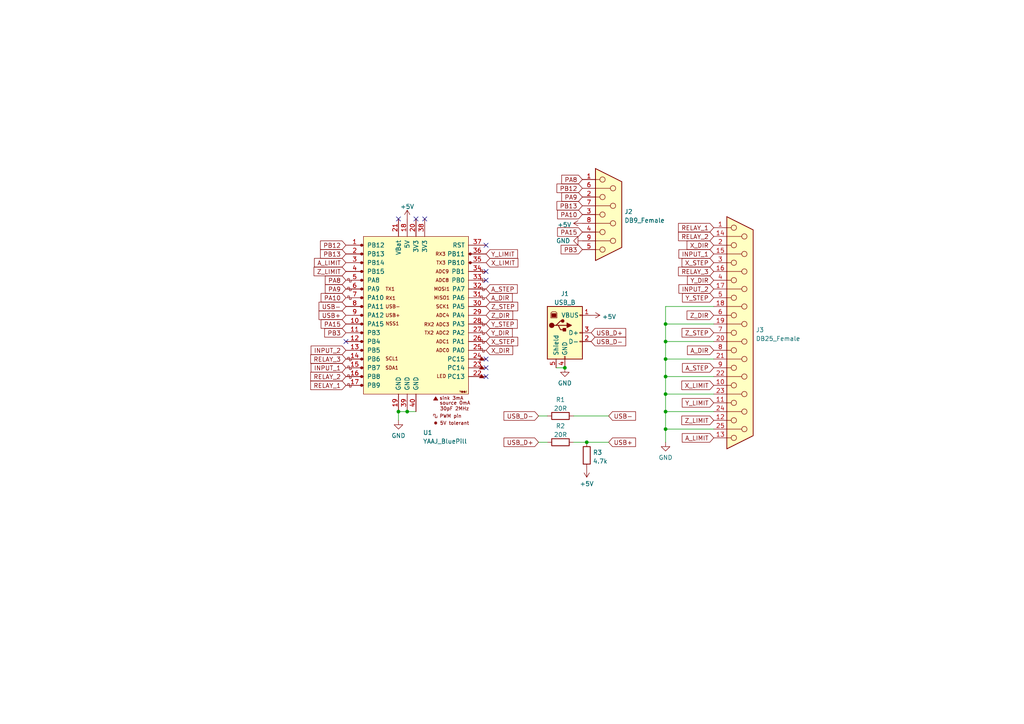
<source format=kicad_sch>
(kicad_sch (version 20211123) (generator eeschema)
  (paper "A4")
  (lib_symbols
    (symbol "Connector:DB25_Female" (pin_names (offset 1.016) hide)
      (property "Reference" "J" (at 0 34.29 0))
      (property "Value" "DB25_Female" (at 0 -34.925 0))
      (symbol "DB25_Female_0_1"
        (circle (center -1.778 -30.48) (radius 0.762))
        (circle (center -1.778 -25.4) (radius 0.762))
        (circle (center -1.778 -20.32) (radius 0.762))
        (circle (center -1.778 -15.24) (radius 0.762))
        (circle (center -1.778 -10.16) (radius 0.762))
        (circle (center -1.778 -5.08) (radius 0.762))
        (circle (center -1.778 0) (radius 0.762))
        (circle (center -1.778 5.08) (radius 0.762))
        (circle (center -1.778 10.16) (radius 0.762))
        (circle (center -1.778 15.24) (radius 0.762))
        (circle (center -1.778 20.32) (radius 0.762))
        (circle (center -1.778 25.4) (radius 0.762))
        (circle (center -1.778 30.48) (radius 0.762))
        (polyline (pts (xy -3.81 -30.48) (xy -2.54 -30.48)))
        (polyline (pts (xy -3.81 -27.94) (xy 0.508 -27.94)))
        (polyline (pts (xy -3.81 -25.4) (xy -2.54 -25.4)))
        (polyline (pts (xy -3.81 -22.86) (xy 0.508 -22.86)))
        (polyline (pts (xy -3.81 -20.32) (xy -2.54 -20.32)))
        (polyline (pts (xy -3.81 -17.78) (xy 0.508 -17.78)))
        (polyline (pts (xy -3.81 -15.24) (xy -2.54 -15.24)))
        (polyline (pts (xy -3.81 -12.7) (xy 0.508 -12.7)))
        (polyline (pts (xy -3.81 -10.16) (xy -2.54 -10.16)))
        (polyline (pts (xy -3.81 -7.62) (xy 0.508 -7.62)))
        (polyline (pts (xy -3.81 -5.08) (xy -2.54 -5.08)))
        (polyline (pts (xy -3.81 -2.54) (xy 0.508 -2.54)))
        (polyline (pts (xy -3.81 0) (xy -2.54 0)))
        (polyline (pts (xy -3.81 2.54) (xy 0.508 2.54)))
        (polyline (pts (xy -3.81 5.08) (xy -2.54 5.08)))
        (polyline (pts (xy -3.81 7.62) (xy 0.508 7.62)))
        (polyline (pts (xy -3.81 10.16) (xy -2.54 10.16)))
        (polyline (pts (xy -3.81 12.7) (xy 0.508 12.7)))
        (polyline (pts (xy -3.81 15.24) (xy -2.54 15.24)))
        (polyline (pts (xy -3.81 17.78) (xy 0.508 17.78)))
        (polyline (pts (xy -3.81 20.32) (xy -2.54 20.32)))
        (polyline (pts (xy -3.81 22.86) (xy 0.508 22.86)))
        (polyline (pts (xy -3.81 25.4) (xy -2.54 25.4)))
        (polyline (pts (xy -3.81 27.94) (xy 0.508 27.94)))
        (polyline (pts (xy -3.81 30.48) (xy -2.54 30.48)))
        (polyline (pts (xy -3.81 33.655) (xy 3.81 29.845) (xy 3.81 -29.845) (xy -3.81 -33.655) (xy -3.81 33.655)) (stroke (width 0.254)) (fill (type background)))
        (circle (center 1.27 -27.94) (radius 0.762))
        (circle (center 1.27 -22.86) (radius 0.762))
        (circle (center 1.27 -17.78) (radius 0.762))
        (circle (center 1.27 -12.7) (radius 0.762))
        (circle (center 1.27 -7.62) (radius 0.762))
        (circle (center 1.27 -2.54) (radius 0.762))
        (circle (center 1.27 2.54) (radius 0.762))
        (circle (center 1.27 7.62) (radius 0.762))
        (circle (center 1.27 12.7) (radius 0.762))
        (circle (center 1.27 17.78) (radius 0.762))
        (circle (center 1.27 22.86) (radius 0.762))
        (circle (center 1.27 27.94) (radius 0.762))
      )
      (symbol "DB25_Female_1_1"
        (pin passive line (at -7.62 30.48 0) (length 3.81) (name "1") (number "1"))
        (pin passive line (at -7.62 -15.24 0) (length 3.81) (name "10") (number "10"))
        (pin passive line (at -7.62 -20.32 0) (length 3.81) (name "11") (number "11"))
        (pin passive line (at -7.62 -25.4 0) (length 3.81) (name "12") (number "12"))
        (pin passive line (at -7.62 -30.48 0) (length 3.81) (name "13") (number "13"))
        (pin passive line (at -7.62 27.94 0) (length 3.81) (name "P14") (number "14"))
        (pin passive line (at -7.62 22.86 0) (length 3.81) (name "P15") (number "15"))
        (pin passive line (at -7.62 17.78 0) (length 3.81) (name "P16") (number "16"))
        (pin passive line (at -7.62 12.7 0) (length 3.81) (name "P17") (number "17"))
        (pin passive line (at -7.62 7.62 0) (length 3.81) (name "P18") (number "18"))
        (pin passive line (at -7.62 2.54 0) (length 3.81) (name "P19") (number "19"))
        (pin passive line (at -7.62 25.4 0) (length 3.81) (name "2") (number "2"))
        (pin passive line (at -7.62 -2.54 0) (length 3.81) (name "P20") (number "20"))
        (pin passive line (at -7.62 -7.62 0) (length 3.81) (name "P21") (number "21"))
        (pin passive line (at -7.62 -12.7 0) (length 3.81) (name "P22") (number "22"))
        (pin passive line (at -7.62 -17.78 0) (length 3.81) (name "P23") (number "23"))
        (pin passive line (at -7.62 -22.86 0) (length 3.81) (name "P24") (number "24"))
        (pin passive line (at -7.62 -27.94 0) (length 3.81) (name "P25") (number "25"))
        (pin passive line (at -7.62 20.32 0) (length 3.81) (name "3") (number "3"))
        (pin passive line (at -7.62 15.24 0) (length 3.81) (name "4") (number "4"))
        (pin passive line (at -7.62 10.16 0) (length 3.81) (name "5") (number "5"))
        (pin passive line (at -7.62 5.08 0) (length 3.81) (name "6") (number "6"))
        (pin passive line (at -7.62 0 0) (length 3.81) (name "7") (number "7"))
        (pin passive line (at -7.62 -5.08 0) (length 3.81) (name "8") (number "8"))
        (pin passive line (at -7.62 -10.16 0) (length 3.81) (name "9") (number "9"))
      )
    )
    (symbol "Connector:DB9_Female" (pin_names (offset 1.016) hide)
      (property "Reference" "J" (at 0 13.97 0))
      (property "Value" "DB9_Female" (at 0 -14.605 0))
      (symbol "DB9_Female_0_1"
        (circle (center -1.778 -10.16) (radius 0.762))
        (circle (center -1.778 -5.08) (radius 0.762))
        (circle (center -1.778 0) (radius 0.762))
        (circle (center -1.778 5.08) (radius 0.762))
        (circle (center -1.778 10.16) (radius 0.762))
        (polyline (pts (xy -3.81 -10.16) (xy -2.54 -10.16)))
        (polyline (pts (xy -3.81 -7.62) (xy 0.508 -7.62)))
        (polyline (pts (xy -3.81 -5.08) (xy -2.54 -5.08)))
        (polyline (pts (xy -3.81 -2.54) (xy 0.508 -2.54)))
        (polyline (pts (xy -3.81 0) (xy -2.54 0)))
        (polyline (pts (xy -3.81 2.54) (xy 0.508 2.54)))
        (polyline (pts (xy -3.81 5.08) (xy -2.54 5.08)))
        (polyline (pts (xy -3.81 7.62) (xy 0.508 7.62)))
        (polyline (pts (xy -3.81 10.16) (xy -2.54 10.16)))
        (polyline (pts (xy -3.81 13.335) (xy -3.81 -13.335) (xy 3.81 -9.525) (xy 3.81 9.525) (xy -3.81 13.335)) (stroke (width 0.254)) (fill (type background)))
        (circle (center 1.27 -7.62) (radius 0.762))
        (circle (center 1.27 -2.54) (radius 0.762))
        (circle (center 1.27 2.54) (radius 0.762))
        (circle (center 1.27 7.62) (radius 0.762))
      )
      (symbol "DB9_Female_1_1"
        (pin passive line (at -7.62 10.16 0) (length 3.81) (name "1") (number "1"))
        (pin passive line (at -7.62 5.08 0) (length 3.81) (name "2") (number "2"))
        (pin passive line (at -7.62 0 0) (length 3.81) (name "3") (number "3"))
        (pin passive line (at -7.62 -5.08 0) (length 3.81) (name "4") (number "4"))
        (pin passive line (at -7.62 -10.16 0) (length 3.81) (name "5") (number "5"))
        (pin passive line (at -7.62 7.62 0) (length 3.81) (name "6") (number "6"))
        (pin passive line (at -7.62 2.54 0) (length 3.81) (name "7") (number "7"))
        (pin passive line (at -7.62 -2.54 0) (length 3.81) (name "8") (number "8"))
        (pin passive line (at -7.62 -7.62 0) (length 3.81) (name "9") (number "9"))
      )
    )
    (symbol "Connector:USB_B" (pin_names (offset 1.016))
      (property "Reference" "J" (at -5.08 11.43 0))
      (property "Value" "USB_B" (at -5.08 8.89 0))
      (symbol "USB_B_0_1"
        (rectangle (start -5.08 -7.62) (end 5.08 7.62) (stroke (width 0.254)) (fill (type background)))
        (circle (center -3.81 2.159) (radius 0.635) (stroke (width 0.254)) (fill (type outline)))
        (rectangle (start -3.81 5.588) (end -2.54 4.572) (fill (type outline)))
        (circle (center -0.635 3.429) (radius 0.381) (stroke (width 0.254)) (fill (type outline)))
        (rectangle (start -0.127 -7.62) (end 0.127 -6.858))
        (polyline (pts (xy -1.905 2.159) (xy 0.635 2.159)) (stroke (width 0.254)))
        (polyline (pts (xy -3.175 2.159) (xy -2.54 2.159) (xy -1.27 3.429) (xy -0.635 3.429)) (stroke (width 0.254)))
        (polyline (pts (xy -2.54 2.159) (xy -1.905 2.159) (xy -1.27 0.889) (xy 0 0.889)) (stroke (width 0.254)))
        (polyline (pts (xy 0.635 2.794) (xy 0.635 1.524) (xy 1.905 2.159) (xy 0.635 2.794)) (stroke (width 0.254)) (fill (type outline)))
        (polyline (pts (xy -4.064 4.318) (xy -2.286 4.318) (xy -2.286 5.715) (xy -2.667 6.096) (xy -3.683 6.096) (xy -4.064 5.715) (xy -4.064 4.318)))
        (rectangle (start 0.254 1.27) (end -0.508 0.508) (stroke (width 0.254)) (fill (type outline)))
        (rectangle (start 5.08 -2.667) (end 4.318 -2.413))
        (rectangle (start 5.08 -0.127) (end 4.318 0.127))
        (rectangle (start 5.08 4.953) (end 4.318 5.207))
      )
      (symbol "USB_B_1_1"
        (pin power_out line (at 7.62 5.08 180) (length 2.54) (name "VBUS") (number "1"))
        (pin bidirectional line (at 7.62 -2.54 180) (length 2.54) (name "D-") (number "2"))
        (pin bidirectional line (at 7.62 0 180) (length 2.54) (name "D+") (number "3"))
        (pin power_out line (at 0 -10.16 90) (length 2.54) (name "GND") (number "4"))
        (pin passive line (at -2.54 -10.16 90) (length 2.54) (name "Shield") (number "5"))
      )
    )
    (symbol "Device:R" (pin_numbers hide) (pin_names (offset 0))
      (property "Reference" "R" (at 2.032 0 90))
      (property "Value" "R" (at 0 0 90))
      (symbol "R_0_1"
        (rectangle (start -1.016 -2.54) (end 1.016 2.54) (stroke (width 0.254)))
      )
      (symbol "R_1_1"
        (pin passive line (at 0 3.81 270) (length 1.27) (name "~") (number "1"))
        (pin passive line (at 0 -3.81 90) (length 1.27) (name "~") (number "2"))
      )
    )
    (symbol "YAAJ_BluePill:YAAJ_BluePill" (pin_names (offset 1.016))
      (property "Reference" "U" (at -13.97 24.13 0))
      (property "Value" "YAAJ_BluePill" (at 0 6.35 90))
      (symbol "YAAJ_BluePill_0_0"
        (circle (center -15.748 -20.32) (radius 0.3556) (fill (type outline)))
        (circle (center -15.748 -17.78) (radius 0.3556) (fill (type outline)))
        (circle (center -15.748 -15.24) (radius 0.3556) (fill (type outline)))
        (circle (center -15.748 -12.7) (radius 0.3556) (fill (type outline)))
        (circle (center -15.748 -10.16) (radius 0.3556) (fill (type outline)))
        (circle (center -15.748 -7.62) (radius 0.3556) (fill (type outline)))
        (circle (center -15.748 -5.08) (radius 0.3556) (fill (type outline)))
        (circle (center -15.748 -2.54) (radius 0.3556) (fill (type outline)))
        (circle (center -15.748 0) (radius 0.3556) (fill (type outline)))
        (circle (center -15.748 2.54) (radius 0.3556) (fill (type outline)))
        (circle (center -15.748 5.08) (radius 0.3556) (fill (type outline)))
        (circle (center -15.748 7.62) (radius 0.3556) (fill (type outline)))
        (circle (center -15.748 10.16) (radius 0.3556) (fill (type outline)))
        (circle (center -15.748 12.7) (radius 0.3556) (fill (type outline)))
        (circle (center -15.748 15.24) (radius 0.3556) (fill (type outline)))
        (circle (center -15.748 20.32) (radius 0.3556) (fill (type outline)))
        (polyline (pts (xy 5.08 -24.638) (xy 5.715 -23.622) (xy 6.35 -24.638) (xy 5.08 -24.638) (xy 5.715 -23.749) (xy 6.223 -24.638) (xy 5.207 -24.511) (xy 5.715 -23.876) (xy 6.096 -24.638) (xy 5.334 -24.384) (xy 5.842 -24.003) (xy 5.969 -24.638) (xy 5.461 -24.257) (xy 5.969 -24.13) (xy 5.842 -24.511) (xy 5.588 -24.257) (xy 5.842 -24.384) (xy 5.715 -24.13)))
        (polyline (pts (xy 18.415 -18.161) (xy 19.05 -17.145) (xy 19.685 -18.161) (xy 18.415 -18.161) (xy 19.05 -17.272) (xy 19.558 -18.161) (xy 18.542 -18.034) (xy 19.05 -17.399) (xy 19.431 -18.161) (xy 18.669 -17.907) (xy 19.177 -17.526) (xy 19.304 -18.161) (xy 18.796 -17.78) (xy 19.304 -17.653) (xy 19.177 -18.034) (xy 18.923 -17.78) (xy 19.177 -17.907) (xy 19.05 -17.653)))
        (polyline (pts (xy 18.415 -15.621) (xy 19.05 -14.605) (xy 19.685 -15.621) (xy 18.415 -15.621) (xy 19.05 -14.732) (xy 19.558 -15.621) (xy 18.542 -15.494) (xy 19.05 -14.859) (xy 19.431 -15.621) (xy 18.669 -15.367) (xy 19.177 -14.986) (xy 19.304 -15.621) (xy 18.796 -15.24) (xy 19.304 -15.113) (xy 19.177 -15.494) (xy 18.923 -15.24) (xy 19.177 -15.367) (xy 19.05 -15.113)))
        (polyline (pts (xy 18.415 -13.081) (xy 19.05 -12.065) (xy 19.685 -13.081) (xy 18.415 -13.081) (xy 19.05 -12.192) (xy 19.558 -13.081) (xy 18.542 -12.954) (xy 19.05 -12.319) (xy 19.431 -13.081) (xy 18.669 -12.827) (xy 19.177 -12.446) (xy 19.304 -13.081) (xy 18.796 -12.7) (xy 19.304 -12.573) (xy 19.177 -12.954) (xy 18.923 -12.7) (xy 19.177 -12.827) (xy 19.05 -12.573)))
        (circle (center 5.715 -31.242) (radius 0.127) (fill (type outline)))
        (circle (center 5.715 -31.242) (radius 0.254))
        (circle (center 5.715 -31.242) (radius 0.3556))
        (circle (center 15.748 15.24) (radius 0.254) (fill (type outline)))
        (circle (center 15.748 15.24) (radius 0.3556))
        (circle (center 15.748 17.78) (radius 0.254) (fill (type outline)))
        (circle (center 15.748 17.78) (radius 0.3556))
        (text "30pF 2MHz" (at 11.176 -27.051 0) (effects (font (size 0.9906 0.9906))))
        (text "5V tolerant" (at 11.176 -31.242 0) (effects (font (size 0.9906 0.9906))))
        (text "ADC0" (at 7.747 -10.16 0) (effects (font (size 0.9906 0.9906))))
        (text "ADC1" (at 7.747 -7.62 0) (effects (font (size 0.9906 0.9906))))
        (text "ADC2" (at 7.747 -5.08 0) (effects (font (size 0.9906 0.9906))))
        (text "ADC3" (at 7.747 -2.667 0) (effects (font (size 0.9906 0.9906))))
        (text "ADC4" (at 7.747 0 0) (effects (font (size 0.9906 0.9906))))
        (text "ADC8" (at 7.62 10.16 0) (effects (font (size 0.9906 0.9906))))
        (text "ADC9" (at 7.62 12.7 0) (effects (font (size 0.9906 0.9906))))
        (text "LED" (at 7.366 -17.653 0) (effects (font (size 0.9906 0.9906))))
        (text "MISO1" (at 7.493 5.08 0) (effects (font (size 0.9906 0.9906))))
        (text "MOSI1" (at 7.493 7.62 0) (effects (font (size 0.9906 0.9906))))
        (text "NSS1" (at -6.858 -2.413 0) (effects (font (size 0.9906 0.9906))))
        (text "PWM pin" (at 10.033 -29.21 0) (effects (font (size 0.9906 0.9906))))
        (text "RX1" (at -7.366 4.953 0) (effects (font (size 0.9906 0.9906))))
        (text "RX2" (at 3.81 -2.667 0) (effects (font (size 0.9906 0.9906))))
        (text "RX3" (at 7.112 17.78 0) (effects (font (size 0.9906 0.9906))))
        (text "SCK1" (at 7.747 2.54 0) (effects (font (size 0.9906 0.9906))))
        (text "SCL1" (at -6.985 -12.573 0) (effects (font (size 0.9906 0.9906))))
        (text "SDA1" (at -6.985 -15.24 0) (effects (font (size 0.9906 0.9906))))
        (text "sink 3mA" (at 10.287 -24.003 0) (effects (font (size 0.9906 0.9906))))
        (text "source 0mA" (at 11.303 -25.4 0) (effects (font (size 0.9906 0.9906))))
        (text "TX1" (at -7.493 7.62 0) (effects (font (size 0.9906 0.9906))))
        (text "TX2" (at 3.81 -5.08 0) (effects (font (size 0.9906 0.9906))))
        (text "TX3" (at 7.239 15.24 0) (effects (font (size 0.9906 0.9906))))
        (text "USB+" (at -6.731 0 0) (effects (font (size 0.9906 0.9906))))
        (text "USB-" (at -6.731 2.54 0) (effects (font (size 0.9906 0.9906))))
        (text "Y@@J" (at 13.6906 -22.1488 0) (effects (font (size 0.508 0.508))))
      )
      (symbol "YAAJ_BluePill_0_1"
        (rectangle (start -15.24 22.86) (end 15.24 -22.86) (fill (type background)))
        (polyline (pts (xy -18.796 -20.32) (xy -18.796 -20.828) (xy -19.304 -20.828) (xy -19.304 -19.812) (xy -19.812 -19.812) (xy -19.812 -20.32)))
        (polyline (pts (xy -18.796 -17.78) (xy -18.796 -18.288) (xy -19.304 -18.288) (xy -19.304 -17.272) (xy -19.812 -17.272) (xy -19.812 -17.78)))
        (polyline (pts (xy -18.796 -15.24) (xy -18.796 -15.748) (xy -19.304 -15.748) (xy -19.304 -14.732) (xy -19.812 -14.732) (xy -19.812 -15.24)))
        (polyline (pts (xy -18.796 -12.7) (xy -18.796 -13.208) (xy -19.304 -13.208) (xy -19.304 -12.192) (xy -19.812 -12.192) (xy -19.812 -12.7)))
        (polyline (pts (xy -18.796 5.08) (xy -18.796 4.572) (xy -19.304 4.572) (xy -19.304 5.588) (xy -19.812 5.588) (xy -19.812 5.08)))
        (polyline (pts (xy -18.796 7.62) (xy -18.796 7.112) (xy -19.304 7.112) (xy -19.304 8.128) (xy -19.812 8.128) (xy -19.812 7.62)))
        (polyline (pts (xy -18.796 10.16) (xy -18.796 9.652) (xy -19.304 9.652) (xy -19.304 10.668) (xy -19.812 10.668) (xy -19.812 10.16)))
        (polyline (pts (xy 6.096 -29.21) (xy 6.096 -29.718) (xy 5.588 -29.718) (xy 5.588 -28.702) (xy 5.08 -28.702) (xy 5.08 -29.21)))
        (polyline (pts (xy 19.812 -10.16) (xy 19.812 -10.668) (xy 19.304 -10.668) (xy 19.304 -9.652) (xy 18.796 -9.652) (xy 18.796 -10.16)))
        (polyline (pts (xy 19.812 -7.62) (xy 19.812 -8.128) (xy 19.304 -8.128) (xy 19.304 -7.112) (xy 18.796 -7.112) (xy 18.796 -7.62)))
        (polyline (pts (xy 19.812 -5.08) (xy 19.812 -5.588) (xy 19.304 -5.588) (xy 19.304 -4.572) (xy 18.796 -4.572) (xy 18.796 -5.08)))
        (polyline (pts (xy 19.812 -2.54) (xy 19.812 -3.048) (xy 19.304 -3.048) (xy 19.304 -2.032) (xy 18.796 -2.032) (xy 18.796 -2.54)))
        (polyline (pts (xy 19.812 5.08) (xy 19.812 4.572) (xy 19.304 4.572) (xy 19.304 5.588) (xy 18.796 5.588) (xy 18.796 5.08)))
        (polyline (pts (xy 19.812 7.62) (xy 19.812 7.112) (xy 19.304 7.112) (xy 19.304 8.128) (xy 18.796 8.128) (xy 18.796 7.62)))
        (polyline (pts (xy 19.812 10.16) (xy 19.812 9.652) (xy 19.304 9.652) (xy 19.304 10.668) (xy 18.796 10.668) (xy 18.796 10.16)))
        (polyline (pts (xy 19.812 12.7) (xy 19.812 12.192) (xy 19.304 12.192) (xy 19.304 13.208) (xy 18.796 13.208) (xy 18.796 12.7)))
      )
      (symbol "YAAJ_BluePill_1_1"
        (circle (center -15.748 17.78) (radius 0.3556) (fill (type outline)))
        (pin bidirectional line (at -20.32 20.32 0) (length 5.08) (name "PB12") (number "1"))
        (pin bidirectional line (at -20.32 -2.54 0) (length 5.08) (name "PA15") (number "10"))
        (pin bidirectional line (at -20.32 -5.08 0) (length 5.08) (name "PB3") (number "11"))
        (pin bidirectional line (at -20.32 -7.62 0) (length 5.08) (name "PB4") (number "12"))
        (pin bidirectional line (at -20.32 -10.16 0) (length 5.08) (name "PB5") (number "13"))
        (pin bidirectional line (at -20.32 -12.7 0) (length 5.08) (name "PB6") (number "14"))
        (pin bidirectional line (at -20.32 -15.24 0) (length 5.08) (name "PB7") (number "15"))
        (pin bidirectional line (at -20.32 -17.78 0) (length 5.08) (name "PB8") (number "16"))
        (pin bidirectional line (at -20.32 -20.32 0) (length 5.08) (name "PB9") (number "17"))
        (pin power_in line (at -2.54 27.94 270) (length 5.08) (name "5V") (number "18"))
        (pin power_in line (at -5.08 -27.94 90) (length 5.08) (name "GND") (number "19"))
        (pin bidirectional line (at -20.32 17.78 0) (length 5.08) (name "PB13") (number "2"))
        (pin power_in line (at 0 27.94 270) (length 5.08) (name "3V3") (number "20"))
        (pin power_in line (at -5.08 27.94 270) (length 5.08) (name "VBat") (number "21"))
        (pin bidirectional line (at 20.32 -17.78 180) (length 5.08) (name "PC13") (number "22"))
        (pin bidirectional line (at 20.32 -15.24 180) (length 5.08) (name "PC14") (number "23"))
        (pin bidirectional line (at 20.32 -12.7 180) (length 5.08) (name "PC15") (number "24"))
        (pin bidirectional line (at 20.32 -10.16 180) (length 5.08) (name "PA0") (number "25"))
        (pin bidirectional line (at 20.32 -7.62 180) (length 5.08) (name "PA1") (number "26"))
        (pin bidirectional line (at 20.32 -5.08 180) (length 5.08) (name "PA2") (number "27"))
        (pin bidirectional line (at 20.32 -2.54 180) (length 5.08) (name "PA3") (number "28"))
        (pin bidirectional line (at 20.32 0 180) (length 5.08) (name "PA4") (number "29"))
        (pin bidirectional line (at -20.32 15.24 0) (length 5.08) (name "PB14") (number "3"))
        (pin bidirectional line (at 20.32 2.54 180) (length 5.08) (name "PA5") (number "30"))
        (pin bidirectional line (at 20.32 5.08 180) (length 5.08) (name "PA6") (number "31"))
        (pin bidirectional line (at 20.32 7.62 180) (length 5.08) (name "PA7") (number "32"))
        (pin bidirectional line (at 20.32 10.16 180) (length 5.08) (name "PB0") (number "33"))
        (pin bidirectional line (at 20.32 12.7 180) (length 5.08) (name "PB1") (number "34"))
        (pin bidirectional line (at 20.32 15.24 180) (length 5.08) (name "PB10") (number "35"))
        (pin bidirectional line (at 20.32 17.78 180) (length 5.08) (name "PB11") (number "36"))
        (pin input line (at 20.32 20.32 180) (length 5.08) (name "RST") (number "37"))
        (pin power_in line (at 2.54 27.94 270) (length 5.08) (name "3V3") (number "38"))
        (pin power_in line (at -2.54 -27.94 90) (length 5.08) (name "GND") (number "39"))
        (pin bidirectional line (at -20.32 12.7 0) (length 5.08) (name "PB15") (number "4"))
        (pin power_in line (at 0 -27.94 90) (length 5.08) (name "GND") (number "40"))
        (pin bidirectional line (at -20.32 10.16 0) (length 5.08) (name "PA8") (number "5"))
        (pin bidirectional line (at -20.32 7.62 0) (length 5.08) (name "PA9") (number "6"))
        (pin bidirectional line (at -20.32 5.08 0) (length 5.08) (name "PA10") (number "7"))
        (pin bidirectional line (at -20.32 2.54 0) (length 5.08) (name "PA11") (number "8"))
        (pin bidirectional line (at -20.32 0 0) (length 5.08) (name "PA12") (number "9"))
      )
    )
    (symbol "power:+5V" (power) (pin_names (offset 0))
      (property "Value" "+5V" (at 0 3.556 0))
      (symbol "+5V_0_1"
        (polyline (pts (xy -0.762 1.27) (xy 0 2.54)))
        (polyline (pts (xy 0 0) (xy 0 2.54)))
        (polyline (pts (xy 0 2.54) (xy 0.762 1.27)))
      )
      (symbol "+5V_1_1"
        (pin power_in line (at 0 0 90) (length 0) hide (name "+5V") (number "1"))
      )
    )
    (symbol "power:GND" (power) (pin_names (offset 0))
      (property "Value" "GND" (at 0 -3.81 0))
      (symbol "GND_0_1"
        (polyline (pts (xy 0 0) (xy 0 -1.27) (xy 1.27 -1.27) (xy 0 -2.54) (xy -1.27 -1.27) (xy 0 -1.27)))
      )
      (symbol "GND_1_1"
        (pin power_in line (at 0 0 270) (length 0) hide (name "GND") (number "1"))
      )
    )
  )
  (junction (at 170.18 128.27))
  (junction (at 118.11 119.38))
  (junction (at 193.04 104.14))
  (junction (at 115.57 119.38))
  (junction (at 163.83 106.68))
  (junction (at 193.04 109.22))
  (junction (at 193.04 93.98))
  (junction (at 193.04 124.46))
  (junction (at 193.04 99.06))
  (junction (at 193.04 119.38))
  (junction (at 193.04 114.3))
  (no_connect (at 140.97 106.68))
  (no_connect (at 140.97 104.14))
  (no_connect (at 140.97 109.22))
  (no_connect (at 140.97 78.74))
  (no_connect (at 140.97 71.12))
  (no_connect (at 140.97 81.28))
  (no_connect (at 100.33 99.06))
  (no_connect (at 115.57 63.5))
  (no_connect (at 123.19 63.5))
  (no_connect (at 120.65 63.5))
  (wire (pts (xy 193.04 104.14) (xy 193.04 99.06)))
  (wire (pts (xy 156.21 128.27) (xy 158.75 128.27)))
  (wire (pts (xy 170.18 128.27) (xy 176.53 128.27)))
  (wire (pts (xy 193.04 119.38) (xy 193.04 114.3)))
  (wire (pts (xy 193.04 124.46) (xy 193.04 128.27)))
  (wire (pts (xy 193.04 88.9) (xy 193.04 93.98)))
  (wire (pts (xy 118.11 119.38) (xy 120.65 119.38)))
  (wire (pts (xy 161.29 106.68) (xy 163.83 106.68)))
  (wire (pts (xy 193.04 99.06) (xy 193.04 93.98)))
  (wire (pts (xy 193.04 93.98) (xy 207.01 93.98)))
  (wire (pts (xy 207.01 88.9) (xy 193.04 88.9)))
  (wire (pts (xy 207.01 124.46) (xy 193.04 124.46)))
  (wire (pts (xy 207.01 114.3) (xy 193.04 114.3)))
  (wire (pts (xy 166.37 128.27) (xy 170.18 128.27)))
  (wire (pts (xy 115.57 119.38) (xy 115.57 121.92)))
  (wire (pts (xy 207.01 119.38) (xy 193.04 119.38)))
  (wire (pts (xy 115.57 119.38) (xy 118.11 119.38)))
  (wire (pts (xy 193.04 109.22) (xy 193.04 104.14)))
  (wire (pts (xy 207.01 99.06) (xy 193.04 99.06)))
  (wire (pts (xy 207.01 109.22) (xy 193.04 109.22)))
  (wire (pts (xy 193.04 124.46) (xy 193.04 119.38)))
  (wire (pts (xy 207.01 104.14) (xy 193.04 104.14)))
  (wire (pts (xy 156.21 120.65) (xy 158.75 120.65)))
  (wire (pts (xy 193.04 114.3) (xy 193.04 109.22)))
  (wire (pts (xy 166.37 120.65) (xy 176.53 120.65)))
  (global_label "Y_STEP" (shape input) (at 207.01 86.36 180) (property "Intersheet References" "${INTERSHEET_REFS}" (effects hide)))
  (global_label "INPUT_1" (shape input) (at 207.01 73.66 180) (property "Intersheet References" "${INTERSHEET_REFS}" (effects hide)))
  (global_label "RELAY_3" (shape input) (at 100.33 104.14 180) (property "Intersheet References" "${INTERSHEET_REFS}" (effects hide)))
  (global_label "Z_DIR" (shape input) (at 207.01 91.44 180) (property "Intersheet References" "${INTERSHEET_REFS}" (effects hide)))
  (global_label "PB12" (shape input) (at 100.33 71.12 180) (property "Intersheet References" "${INTERSHEET_REFS}" (effects hide)))
  (global_label "PA10" (shape input) (at 100.33 86.36 180) (property "Intersheet References" "${INTERSHEET_REFS}" (effects hide)))
  (global_label "A_STEP" (shape input) (at 207.01 106.68 180) (property "Intersheet References" "${INTERSHEET_REFS}" (effects hide)))
  (global_label "PA8" (shape input) (at 168.91 52.07 180) (property "Intersheet References" "${INTERSHEET_REFS}" (effects hide)))
  (global_label "RELAY_2" (shape input) (at 207.01 68.58 180) (property "Intersheet References" "${INTERSHEET_REFS}" (effects hide)))
  (global_label "USB+" (shape input) (at 100.33 91.44 180) (property "Intersheet References" "${INTERSHEET_REFS}" (effects hide)))
  (global_label "RELAY_1" (shape input) (at 207.01 66.04 180) (property "Intersheet References" "${INTERSHEET_REFS}" (effects hide)))
  (global_label "Y_DIR" (shape input) (at 207.01 81.28 180) (property "Intersheet References" "${INTERSHEET_REFS}" (effects hide)))
  (global_label "Z_STEP" (shape input) (at 140.97 88.9 0) (property "Intersheet References" "${INTERSHEET_REFS}" (effects hide)))
  (global_label "PA8" (shape input) (at 100.33 81.28 180) (property "Intersheet References" "${INTERSHEET_REFS}" (effects hide)))
  (global_label "A_DIR" (shape input) (at 207.01 101.6 180) (property "Intersheet References" "${INTERSHEET_REFS}" (effects hide)))
  (global_label "Z_LIMIT" (shape input) (at 207.01 121.92 180) (property "Intersheet References" "${INTERSHEET_REFS}" (effects hide)))
  (global_label "PA15" (shape input) (at 100.33 93.98 180) (property "Intersheet References" "${INTERSHEET_REFS}" (effects hide)))
  (global_label "Z_LIMIT" (shape input) (at 100.33 78.74 180) (property "Intersheet References" "${INTERSHEET_REFS}" (effects hide)))
  (global_label "Y_LIMIT" (shape input) (at 207.01 116.84 180) (property "Intersheet References" "${INTERSHEET_REFS}" (effects hide)))
  (global_label "PB13" (shape input) (at 168.91 59.69 180) (property "Intersheet References" "${INTERSHEET_REFS}" (effects hide)))
  (global_label "USB_D-" (shape input) (at 156.21 120.65 180) (property "Intersheet References" "${INTERSHEET_REFS}" (effects hide)))
  (global_label "PB13" (shape input) (at 100.33 73.66 180) (property "Intersheet References" "${INTERSHEET_REFS}" (effects hide)))
  (global_label "X_STEP" (shape input) (at 140.97 99.06 0) (property "Intersheet References" "${INTERSHEET_REFS}" (effects hide)))
  (global_label "INPUT_1" (shape input) (at 100.33 106.68 180) (property "Intersheet References" "${INTERSHEET_REFS}" (effects hide)))
  (global_label "USB-" (shape input) (at 100.33 88.9 180) (property "Intersheet References" "${INTERSHEET_REFS}" (effects hide)))
  (global_label "PB3" (shape input) (at 168.91 72.39 180) (property "Intersheet References" "${INTERSHEET_REFS}" (effects hide)))
  (global_label "Y_DIR" (shape input) (at 140.97 96.52 0) (property "Intersheet References" "${INTERSHEET_REFS}" (effects hide)))
  (global_label "Y_STEP" (shape input) (at 140.97 93.98 0) (property "Intersheet References" "${INTERSHEET_REFS}" (effects hide)))
  (global_label "INPUT_2" (shape input) (at 207.01 83.82 180) (property "Intersheet References" "${INTERSHEET_REFS}" (effects hide)))
  (global_label "A_LIMIT" (shape input) (at 207.01 127 180) (property "Intersheet References" "${INTERSHEET_REFS}" (effects hide)))
  (global_label "Z_STEP" (shape input) (at 207.01 96.52 180) (property "Intersheet References" "${INTERSHEET_REFS}" (effects hide)))
  (global_label "A_DIR" (shape input) (at 140.97 86.36 0) (property "Intersheet References" "${INTERSHEET_REFS}" (effects hide)))
  (global_label "Y_LIMIT" (shape input) (at 140.97 73.66 0) (property "Intersheet References" "${INTERSHEET_REFS}" (effects hide)))
  (global_label "USB_D-" (shape input) (at 171.45 99.06 0) (property "Intersheet References" "${INTERSHEET_REFS}" (effects hide)))
  (global_label "PA10" (shape input) (at 168.91 62.23 180) (property "Intersheet References" "${INTERSHEET_REFS}" (effects hide)))
  (global_label "PB3" (shape input) (at 100.33 96.52 180) (property "Intersheet References" "${INTERSHEET_REFS}" (effects hide)))
  (global_label "USB_D+" (shape input) (at 156.21 128.27 180) (property "Intersheet References" "${INTERSHEET_REFS}" (effects hide)))
  (global_label "PA9" (shape input) (at 168.91 57.15 180) (property "Intersheet References" "${INTERSHEET_REFS}" (effects hide)))
  (global_label "INPUT_2" (shape input) (at 100.33 101.6 180) (property "Intersheet References" "${INTERSHEET_REFS}" (effects hide)))
  (global_label "PB12" (shape input) (at 168.91 54.61 180) (property "Intersheet References" "${INTERSHEET_REFS}" (effects hide)))
  (global_label "RELAY_2" (shape input) (at 100.33 109.22 180) (property "Intersheet References" "${INTERSHEET_REFS}" (effects hide)))
  (global_label "RELAY_1" (shape input) (at 100.33 111.76 180) (property "Intersheet References" "${INTERSHEET_REFS}" (effects hide)))
  (global_label "PA15" (shape input) (at 168.91 67.31 180) (property "Intersheet References" "${INTERSHEET_REFS}" (effects hide)))
  (global_label "A_LIMIT" (shape input) (at 100.33 76.2 180) (property "Intersheet References" "${INTERSHEET_REFS}" (effects hide)))
  (global_label "X_DIR" (shape input) (at 207.01 71.12 180) (property "Intersheet References" "${INTERSHEET_REFS}" (effects hide)))
  (global_label "X_LIMIT" (shape input) (at 207.01 111.76 180) (property "Intersheet References" "${INTERSHEET_REFS}" (effects hide)))
  (global_label "X_STEP" (shape input) (at 207.01 76.2 180) (property "Intersheet References" "${INTERSHEET_REFS}" (effects hide)))
  (global_label "PA9" (shape input) (at 100.33 83.82 180) (property "Intersheet References" "${INTERSHEET_REFS}" (effects hide)))
  (global_label "RELAY_3" (shape input) (at 207.01 78.74 180) (property "Intersheet References" "${INTERSHEET_REFS}" (effects hide)))
  (global_label "X_DIR" (shape input) (at 140.97 101.6 0) (property "Intersheet References" "${INTERSHEET_REFS}" (effects hide)))
  (global_label "X_LIMIT" (shape input) (at 140.97 76.2 0) (property "Intersheet References" "${INTERSHEET_REFS}" (effects hide)))
  (global_label "USB-" (shape input) (at 176.53 120.65 0) (property "Intersheet References" "${INTERSHEET_REFS}" (effects hide)))
  (global_label "USB+" (shape input) (at 176.53 128.27 0) (property "Intersheet References" "${INTERSHEET_REFS}" (effects hide)))
  (global_label "USB_D+" (shape input) (at 171.45 96.52 0) (property "Intersheet References" "${INTERSHEET_REFS}" (effects hide)))
  (global_label "Z_DIR" (shape input) (at 140.97 91.44 0) (property "Intersheet References" "${INTERSHEET_REFS}" (effects hide)))
  (global_label "A_STEP" (shape input) (at 140.97 83.82 0) (property "Intersheet References" "${INTERSHEET_REFS}" (effects hide)))
  (symbol (lib_id "power:GND") (at 193.04 128.27 0) (unit 1)
    (property "Reference" "#PWR08" (effects hide))
    (property "Value" "GND" (at 193.04 132.7134 0))
  )
  (symbol (lib_id "Connector:DB9_Female") (at 176.53 62.23 0) (unit 1)
    (property "Reference" "J2" (at 181.102 61.3953 0) (effects (justify left)))
    (property "Value" "DB9_Female" (at 181.102 63.9322 0) (effects (justify left)))
    (property "Footprint" "Connector_Dsub:DSUB-9_Female_EdgeMount_P2.77mm" (effects hide))
    (property "Datasheet" " ~" (effects hide))
  )
  (symbol (lib_id "power:+5V") (at 118.11 63.5 0) (unit 1)
    (property "Reference" "#PWR02" (effects hide))
    (property "Value" "+5V" (at 118.11 59.9242 0))
  )
  (symbol (lib_id "Device:R") (at 162.56 120.65 90) (unit 1)
    (property "Reference" "R1" (at 162.56 115.9342 90))
    (property "Value" "20R" (at 162.56 118.4711 90))
    (property "Footprint" "Resistor_SMD:R_0805_2012Metric_Pad1.20x1.40mm_HandSolder" (effects hide))
  )
  (symbol (lib_id "Connector:USB_B") (at 163.83 96.52 0) (unit 1)
    (property "Reference" "J1" (at 163.83 85.2002 0))
    (property "Value" "USB_B" (at 163.83 87.7371 0))
    (property "Footprint" "Connector_USB:USB_B_OST_USB-B1HSxx_Horizontal" (effects hide))
    (property "Datasheet" " ~" (effects hide))
  )
  (symbol (lib_id "power:GND") (at 168.91 69.85 270) (unit 1)
    (property "Reference" "#PWR05" (effects hide))
    (property "Value" "GND" (at 161.29 69.85 90) (effects (justify left)))
  )
  (symbol (lib_id "power:GND") (at 163.83 106.68 0) (unit 1)
    (property "Reference" "#PWR03" (effects hide))
    (property "Value" "GND" (at 163.83 111.1234 0))
  )
  (symbol (lib_id "Device:R") (at 170.18 132.08 180) (unit 1)
    (property "Reference" "R3" (at 171.958 131.2453 0) (effects (justify right)))
    (property "Value" "4.7k" (at 171.958 133.7822 0) (effects (justify right)))
    (property "Footprint" "Resistor_SMD:R_0805_2012Metric_Pad1.20x1.40mm_HandSolder" (effects hide))
  )
  (symbol (lib_id "power:+5V") (at 168.91 64.77 90) (unit 1)
    (property "Reference" "#PWR04" (effects hide))
    (property "Value" "+5V" (at 165.7351 65.2038 90) (effects (justify left)))
  )
  (symbol (lib_id "power:+5V") (at 170.18 135.89 180) (unit 1)
    (property "Reference" "#PWR06" (effects hide))
    (property "Value" "+5V" (at 170.18 140.3334 0))
  )
  (symbol (lib_id "YAAJ_BluePill:YAAJ_BluePill") (at 120.65 91.44 0) (unit 1)
    (property "Reference" "U1" (at 122.6694 125.4758 0) (effects (justify left)))
    (property "Value" "YAAJ_BluePill" (at 122.6694 128.0127 0) (effects (justify left)))
    (property "Footprint" "stm32bluepill:YAAJ_BluePill_2" (effects hide))
  )
  (symbol (lib_id "power:+5V") (at 171.45 91.44 270) (unit 1)
    (property "Reference" "#PWR07" (effects hide))
    (property "Value" "+5V" (at 174.625 91.8738 90) (effects (justify left)))
  )
  (symbol (lib_id "power:GND") (at 115.57 121.92 0) (unit 1)
    (property "Reference" "#PWR01" (effects hide))
    (property "Value" "GND" (at 115.57 126.3634 0))
  )
  (symbol (lib_id "Connector:DB25_Female") (at 214.63 96.52 0) (unit 1)
    (property "Reference" "J3" (at 219.202 95.6853 0) (effects (justify left)))
    (property "Value" "DB25_Female" (at 219.202 98.2222 0) (effects (justify left)))
    (property "Footprint" "Connector_Dsub:DSUB-25_Female_EdgeMount_P2.77mm" (effects hide))
    (property "Datasheet" " ~" (effects hide))
  )
  (symbol (lib_id "Device:R") (at 162.56 128.27 90) (unit 1)
    (property "Reference" "R2" (at 162.56 123.5542 90))
    (property "Value" "20R" (at 162.56 126.0911 90))
    (property "Footprint" "Resistor_SMD:R_0805_2012Metric_Pad1.20x1.40mm_HandSolder" (effects hide))
  )
)
</source>
